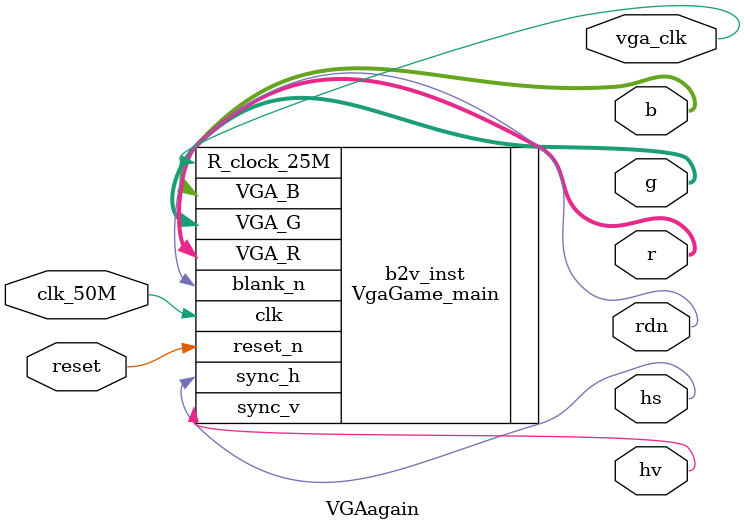
<source format=v>


module VGAagain(
	clk_50M,
	reset,
	vga_clk,
	hs,
	hv,
	rdn,
	b,
	g,
	r
);


input wire	clk_50M;
input wire	reset;
output wire	vga_clk;
output wire	hs;
output wire	hv;
output wire	rdn;
output wire	[7:0] b;
output wire	[7:0] g;
output wire	[7:0] r;

VgaGame_main	b2v_inst(
	.clk(clk_50M),
	.reset_n(reset),
	.R_clock_25M(vga_clk),
	.sync_h(hs),
	.sync_v(hv),
	.blank_n(rdn),
	.VGA_B(b),
	.VGA_G(g),
	.VGA_R(r));

endmodule

</source>
